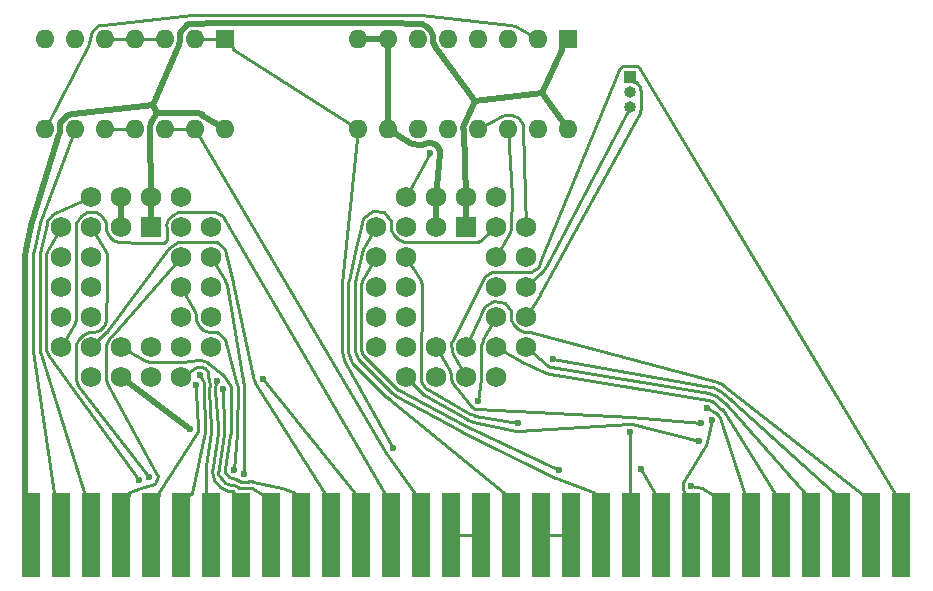
<source format=gbl>
G04 #@! TF.GenerationSoftware,KiCad,Pcbnew,(5.0.0)*
G04 #@! TF.CreationDate,2018-07-25T17:19:13+09:00*
G04 #@! TF.ProjectId,kazzo_akizuki_nrom,6B617A7A6F5F616B697A756B695F6E72,rev?*
G04 #@! TF.SameCoordinates,Original*
G04 #@! TF.FileFunction,Copper,L2,Bot,Signal*
G04 #@! TF.FilePolarity,Positive*
%FSLAX46Y46*%
G04 Gerber Fmt 4.6, Leading zero omitted, Abs format (unit mm)*
G04 Created by KiCad (PCBNEW (5.0.0)) date 07/25/18 17:19:13*
%MOMM*%
%LPD*%
G01*
G04 APERTURE LIST*
G04 #@! TA.AperFunction,ComponentPad*
%ADD10R,1.000000X1.000000*%
G04 #@! TD*
G04 #@! TA.AperFunction,ComponentPad*
%ADD11O,1.000000X1.000000*%
G04 #@! TD*
G04 #@! TA.AperFunction,SMDPad,CuDef*
%ADD12R,1.524000X7.112000*%
G04 #@! TD*
G04 #@! TA.AperFunction,ComponentPad*
%ADD13R,1.600000X1.600000*%
G04 #@! TD*
G04 #@! TA.AperFunction,ComponentPad*
%ADD14O,1.600000X1.600000*%
G04 #@! TD*
G04 #@! TA.AperFunction,ComponentPad*
%ADD15R,1.750000X1.750000*%
G04 #@! TD*
G04 #@! TA.AperFunction,ComponentPad*
%ADD16C,1.750000*%
G04 #@! TD*
G04 #@! TA.AperFunction,ViaPad*
%ADD17C,0.600000*%
G04 #@! TD*
G04 #@! TA.AperFunction,Conductor*
%ADD18C,0.250000*%
G04 #@! TD*
G04 #@! TA.AperFunction,Conductor*
%ADD19C,0.500000*%
G04 #@! TD*
G04 APERTURE END LIST*
D10*
G04 #@! TO.P,J1,1*
G04 #@! TO.N,PA10*
X145860000Y-77406500D03*
D11*
G04 #@! TO.P,J1,2*
G04 #@! TO.N,VRAMA10*
X145860000Y-78676500D03*
G04 #@! TO.P,J1,3*
G04 #@! TO.N,PA11*
X145860000Y-79946500D03*
G04 #@! TD*
D12*
G04 #@! TO.P,J2,1*
G04 #@! TO.N,PD4*
X168846000Y-116141500D03*
G04 #@! TO.P,J2,2*
G04 #@! TO.N,PD5*
X166306000Y-116141500D03*
G04 #@! TO.P,J2,3*
G04 #@! TO.N,PD6*
X163766000Y-116141500D03*
G04 #@! TO.P,J2,4*
G04 #@! TO.N,PD7*
X161226000Y-116141500D03*
G04 #@! TO.P,J2,5*
G04 #@! TO.N,PA13*
X158686000Y-116141500D03*
G04 #@! TO.P,J2,6*
G04 #@! TO.N,PA12*
X156146000Y-116141500D03*
G04 #@! TO.P,J2,7*
G04 #@! TO.N,PA11*
X153606000Y-116141500D03*
G04 #@! TO.P,J2,8*
G04 #@! TO.N,PA10*
X151066000Y-116141500D03*
G04 #@! TO.P,J2,9*
G04 #@! TO.N,PA9*
X148526000Y-116141500D03*
G04 #@! TO.P,J2,10*
G04 #@! TO.N,PA8*
X145986000Y-116141500D03*
G04 #@! TO.P,J2,11*
G04 #@! TO.N,PA7*
X143446000Y-116141500D03*
G04 #@! TO.P,J2,12*
G04 #@! TO.N,/PA13*
X140906000Y-116141500D03*
G04 #@! TO.P,J2,13*
X138366000Y-116141500D03*
G04 #@! TO.P,J2,14*
G04 #@! TO.N,WE*
X135826000Y-116141500D03*
G04 #@! TO.P,J2,15*
G04 #@! TO.N,IN*
X133286000Y-116141500D03*
G04 #@! TO.P,J2,16*
X130746000Y-116141500D03*
G04 #@! TO.P,J2,17*
G04 #@! TO.N,ROMSEL*
X128206000Y-116141500D03*
G04 #@! TO.P,J2,18*
G04 #@! TO.N,D0*
X125666000Y-116141500D03*
G04 #@! TO.P,J2,19*
G04 #@! TO.N,D1*
X123126000Y-116141500D03*
G04 #@! TO.P,J2,20*
G04 #@! TO.N,D2*
X120586000Y-116141500D03*
G04 #@! TO.P,J2,21*
G04 #@! TO.N,D3*
X118046000Y-116141500D03*
G04 #@! TO.P,J2,22*
G04 #@! TO.N,D4*
X115506000Y-116141500D03*
G04 #@! TO.P,J2,23*
G04 #@! TO.N,D5*
X112966000Y-116141500D03*
G04 #@! TO.P,J2,24*
G04 #@! TO.N,D6*
X110426000Y-116141500D03*
G04 #@! TO.P,J2,25*
G04 #@! TO.N,D7*
X107886000Y-116141500D03*
G04 #@! TO.P,J2,26*
G04 #@! TO.N,A14*
X105346000Y-116141500D03*
G04 #@! TO.P,J2,27*
G04 #@! TO.N,A13*
X102806000Y-116141500D03*
G04 #@! TO.P,J2,28*
G04 #@! TO.N,A12*
X100266000Y-116141500D03*
G04 #@! TO.P,J2,29*
G04 #@! TO.N,F2*
X97726000Y-116141500D03*
G04 #@! TO.P,J2,30*
G04 #@! TO.N,VCC*
X95186000Y-116141500D03*
G04 #@! TD*
D13*
G04 #@! TO.P,U1,1*
G04 #@! TO.N,VCC*
X140652000Y-74168000D03*
D14*
G04 #@! TO.P,U1,9*
G04 #@! TO.N,RW*
X122872000Y-81788000D03*
G04 #@! TO.P,U1,2*
G04 #@! TO.N,CK*
X138112000Y-74168000D03*
G04 #@! TO.P,U1,10*
G04 #@! TO.N,GND*
X125412000Y-81788000D03*
G04 #@! TO.P,U1,3*
G04 #@! TO.N,D0*
X135572000Y-74168000D03*
G04 #@! TO.P,U1,11*
G04 #@! TO.N,Net-(JP2-Pad1)*
X127952000Y-81788000D03*
G04 #@! TO.P,U1,4*
G04 #@! TO.N,D1*
X133032000Y-74168000D03*
G04 #@! TO.P,U1,12*
G04 #@! TO.N,Net-(JP1-Pad1)*
X130492000Y-81788000D03*
G04 #@! TO.P,U1,5*
G04 #@! TO.N,D4*
X130492000Y-74168000D03*
G04 #@! TO.P,U1,13*
G04 #@! TO.N,Net-(U1-Pad13)*
X133032000Y-81788000D03*
G04 #@! TO.P,U1,6*
G04 #@! TO.N,D5*
X127952000Y-74168000D03*
G04 #@! TO.P,U1,14*
G04 #@! TO.N,Net-(U1-Pad14)*
X135572000Y-81788000D03*
G04 #@! TO.P,U1,7*
G04 #@! TO.N,GND*
X125412000Y-74168000D03*
G04 #@! TO.P,U1,15*
G04 #@! TO.N,N/C*
X138112000Y-81788000D03*
G04 #@! TO.P,U1,8*
G04 #@! TO.N,GND*
X122872000Y-74168000D03*
G04 #@! TO.P,U1,16*
G04 #@! TO.N,VCC*
X140652000Y-81788000D03*
G04 #@! TD*
D15*
G04 #@! TO.P,U2,1*
G04 #@! TO.N,VCC*
X132016000Y-90043000D03*
D16*
G04 #@! TO.P,U2,3*
G04 #@! TO.N,GND*
X129476000Y-90043000D03*
G04 #@! TO.P,U2,31*
G04 #@! TO.N,WE*
X134556000Y-90043000D03*
G04 #@! TO.P,U2,29*
G04 #@! TO.N,Net-(U1-Pad13)*
X137096000Y-90043000D03*
G04 #@! TO.P,U2,2*
G04 #@! TO.N,GND*
X129476000Y-87503000D03*
G04 #@! TO.P,U2,4*
G04 #@! TO.N,PA12*
X126936000Y-87503000D03*
G04 #@! TO.P,U2,32*
G04 #@! TO.N,VCC*
X132016000Y-87503000D03*
G04 #@! TO.P,U2,30*
G04 #@! TO.N,GND*
X134556000Y-87503000D03*
G04 #@! TO.P,U2,6*
G04 #@! TO.N,PA6*
X126936000Y-90043000D03*
G04 #@! TO.P,U2,8*
G04 #@! TO.N,PA4*
X126936000Y-92583000D03*
G04 #@! TO.P,U2,10*
G04 #@! TO.N,PA2*
X126936000Y-95123000D03*
G04 #@! TO.P,U2,12*
G04 #@! TO.N,PA0*
X126936000Y-97663000D03*
G04 #@! TO.P,U2,5*
G04 #@! TO.N,PA7*
X124396000Y-90043000D03*
G04 #@! TO.P,U2,7*
G04 #@! TO.N,PA5*
X124396000Y-92583000D03*
G04 #@! TO.P,U2,9*
G04 #@! TO.N,PA3*
X124396000Y-95123000D03*
G04 #@! TO.P,U2,11*
G04 #@! TO.N,PA1*
X124396000Y-97663000D03*
G04 #@! TO.P,U2,13*
G04 #@! TO.N,PD0*
X124396000Y-100203000D03*
G04 #@! TO.P,U2,15*
G04 #@! TO.N,PD2*
X126936000Y-100203000D03*
G04 #@! TO.P,U2,17*
G04 #@! TO.N,PD3*
X129476000Y-100203000D03*
G04 #@! TO.P,U2,19*
G04 #@! TO.N,PD5*
X132016000Y-100203000D03*
G04 #@! TO.P,U2,22*
G04 #@! TO.N,PA13*
X134556000Y-100203000D03*
G04 #@! TO.P,U2,14*
G04 #@! TO.N,PD1*
X126936000Y-102743000D03*
G04 #@! TO.P,U2,16*
G04 #@! TO.N,GND*
X129476000Y-102743000D03*
G04 #@! TO.P,U2,18*
G04 #@! TO.N,PD4*
X132016000Y-102743000D03*
G04 #@! TO.P,U2,20*
G04 #@! TO.N,PD6*
X134556000Y-102743000D03*
G04 #@! TO.P,U2,24*
G04 #@! TO.N,RD*
X134556000Y-97663000D03*
G04 #@! TO.P,U2,26*
G04 #@! TO.N,PA9*
X134556000Y-95123000D03*
G04 #@! TO.P,U2,28*
G04 #@! TO.N,Net-(U1-Pad14)*
X134556000Y-92583000D03*
G04 #@! TO.P,U2,31*
G04 #@! TO.N,WE*
X134556000Y-90043000D03*
G04 #@! TO.P,U2,21*
G04 #@! TO.N,PD7*
X137096000Y-100203000D03*
G04 #@! TO.P,U2,23*
G04 #@! TO.N,PA10*
X137096000Y-97663000D03*
G04 #@! TO.P,U2,25*
G04 #@! TO.N,PA11*
X137096000Y-95123000D03*
G04 #@! TO.P,U2,27*
G04 #@! TO.N,PA8*
X137096000Y-92583000D03*
G04 #@! TO.P,U2,29*
G04 #@! TO.N,Net-(U1-Pad13)*
X137096000Y-90043000D03*
G04 #@! TD*
D15*
G04 #@! TO.P,U3,1*
G04 #@! TO.N,VCC*
X105346000Y-90106500D03*
D16*
G04 #@! TO.P,U3,3*
G04 #@! TO.N,GND*
X102806000Y-90106500D03*
G04 #@! TO.P,U3,31*
G04 #@! TO.N,RW*
X107886000Y-90106500D03*
G04 #@! TO.P,U3,29*
G04 #@! TO.N,A14*
X110426000Y-90106500D03*
G04 #@! TO.P,U3,2*
G04 #@! TO.N,GND*
X102806000Y-87566500D03*
G04 #@! TO.P,U3,4*
G04 #@! TO.N,A12*
X100266000Y-87566500D03*
G04 #@! TO.P,U3,32*
G04 #@! TO.N,VCC*
X105346000Y-87566500D03*
G04 #@! TO.P,U3,30*
G04 #@! TO.N,GND*
X107886000Y-87566500D03*
G04 #@! TO.P,U3,6*
G04 #@! TO.N,A6*
X100266000Y-90106500D03*
G04 #@! TO.P,U3,8*
G04 #@! TO.N,A4*
X100266000Y-92646500D03*
G04 #@! TO.P,U3,10*
G04 #@! TO.N,A2*
X100266000Y-95186500D03*
G04 #@! TO.P,U3,12*
G04 #@! TO.N,A0*
X100266000Y-97726500D03*
G04 #@! TO.P,U3,5*
G04 #@! TO.N,A7*
X97726000Y-90106500D03*
G04 #@! TO.P,U3,7*
G04 #@! TO.N,A5*
X97726000Y-92646500D03*
G04 #@! TO.P,U3,9*
G04 #@! TO.N,A3*
X97726000Y-95186500D03*
G04 #@! TO.P,U3,11*
G04 #@! TO.N,A1*
X97726000Y-97726500D03*
G04 #@! TO.P,U3,13*
G04 #@! TO.N,D0*
X97726000Y-100266500D03*
G04 #@! TO.P,U3,15*
G04 #@! TO.N,D2*
X100266000Y-100266500D03*
G04 #@! TO.P,U3,17*
G04 #@! TO.N,D3*
X102806000Y-100266500D03*
G04 #@! TO.P,U3,19*
G04 #@! TO.N,D5*
X105346000Y-100266500D03*
G04 #@! TO.P,U3,22*
G04 #@! TO.N,ROMSEL*
X107886000Y-100266500D03*
G04 #@! TO.P,U3,14*
G04 #@! TO.N,D1*
X100266000Y-102806500D03*
G04 #@! TO.P,U3,16*
G04 #@! TO.N,GND*
X102806000Y-102806500D03*
G04 #@! TO.P,U3,18*
G04 #@! TO.N,D4*
X105346000Y-102806500D03*
G04 #@! TO.P,U3,20*
G04 #@! TO.N,D6*
X107886000Y-102806500D03*
G04 #@! TO.P,U3,24*
G04 #@! TO.N,PRGOE*
X107886000Y-97726500D03*
G04 #@! TO.P,U3,26*
G04 #@! TO.N,A9*
X107886000Y-95186500D03*
G04 #@! TO.P,U3,28*
G04 #@! TO.N,A13*
X107886000Y-92646500D03*
G04 #@! TO.P,U3,31*
G04 #@! TO.N,RW*
X107886000Y-90106500D03*
G04 #@! TO.P,U3,21*
G04 #@! TO.N,D7*
X110426000Y-100266500D03*
G04 #@! TO.P,U3,23*
G04 #@! TO.N,A10*
X110426000Y-97726500D03*
G04 #@! TO.P,U3,25*
G04 #@! TO.N,A11*
X110426000Y-95186500D03*
G04 #@! TO.P,U3,27*
G04 #@! TO.N,A8*
X110426000Y-92646500D03*
G04 #@! TO.P,U3,29*
G04 #@! TO.N,A14*
X110426000Y-90106500D03*
G04 #@! TD*
D13*
G04 #@! TO.P,U4,1*
G04 #@! TO.N,RW*
X111570000Y-74168000D03*
D14*
G04 #@! TO.P,U4,8*
G04 #@! TO.N,CK*
X96330000Y-81788000D03*
G04 #@! TO.P,U4,2*
G04 #@! TO.N,RW*
X109030000Y-74168000D03*
G04 #@! TO.P,U4,9*
G04 #@! TO.N,F2*
X98870000Y-81788000D03*
G04 #@! TO.P,U4,3*
G04 #@! TO.N,PRGOE*
X106490000Y-74168000D03*
G04 #@! TO.P,U4,10*
G04 #@! TO.N,Net-(U4-Pad10)*
X101410000Y-81788000D03*
G04 #@! TO.P,U4,4*
G04 #@! TO.N,PRGOE*
X103950000Y-74168000D03*
G04 #@! TO.P,U4,11*
G04 #@! TO.N,Net-(U4-Pad10)*
X103950000Y-81788000D03*
G04 #@! TO.P,U4,5*
G04 #@! TO.N,PRGOE*
X101410000Y-74168000D03*
G04 #@! TO.P,U4,12*
G04 #@! TO.N,ROMSEL*
X106490000Y-81788000D03*
G04 #@! TO.P,U4,6*
G04 #@! TO.N,N/C*
X98870000Y-74168000D03*
G04 #@! TO.P,U4,13*
G04 #@! TO.N,ROMSEL*
X109030000Y-81788000D03*
G04 #@! TO.P,U4,7*
G04 #@! TO.N,GND*
X96330000Y-74168000D03*
G04 #@! TO.P,U4,14*
G04 #@! TO.N,VCC*
X111570000Y-81788000D03*
G04 #@! TD*
D17*
G04 #@! TO.N,PA10*
X152786800Y-106450700D03*
G04 #@! TO.N,PA11*
X151043600Y-111985400D03*
G04 #@! TO.N,PD6*
X139307100Y-101231300D03*
G04 #@! TO.N,PA12*
X152345000Y-105415000D03*
X128936500Y-83811600D03*
G04 #@! TO.N,PA9*
X146801600Y-110583900D03*
G04 #@! TO.N,PA8*
X145857600Y-107456900D03*
G04 #@! TO.N,D1*
X114763000Y-102926500D03*
G04 #@! TO.N,D4*
X111390800Y-103822000D03*
G04 #@! TO.N,D5*
X110898200Y-103096100D03*
G04 #@! TO.N,D7*
X109438500Y-102615700D03*
G04 #@! TO.N,A14*
X109142100Y-103429400D03*
G04 #@! TO.N,PD3*
X151905000Y-106672700D03*
G04 #@! TO.N,PD1*
X151684200Y-108149700D03*
G04 #@! TO.N,PA4*
X136360300Y-106658300D03*
G04 #@! TO.N,PA5*
X139812200Y-110642500D03*
G04 #@! TO.N,RD*
X132957200Y-104778000D03*
G04 #@! TO.N,GND*
X108590900Y-107161000D03*
G04 #@! TO.N,RW*
X125828100Y-108809800D03*
G04 #@! TO.N,A6*
X105122200Y-111223100D03*
G04 #@! TO.N,A7*
X104254200Y-111481000D03*
G04 #@! TO.N,A8*
X113160300Y-110964800D03*
G04 #@! TO.N,A9*
X112324200Y-110643100D03*
G04 #@! TD*
D18*
G04 #@! TO.N,PA10*
X150429000Y-112710500D02*
X151066000Y-116141500D01*
X150429000Y-112585500D02*
X150429000Y-112710500D01*
X150427600Y-112565500D02*
X150426200Y-112559000D01*
X150429000Y-112578800D02*
X150427600Y-112565500D01*
X150429000Y-112585500D02*
X150429000Y-112578800D01*
X150335000Y-112139300D02*
X150426200Y-112559000D01*
X150305400Y-112002800D02*
X150335000Y-112139300D01*
X150351800Y-111727200D02*
X150305400Y-112002800D01*
X150424500Y-111607900D02*
X150351800Y-111727200D01*
X152303300Y-108527200D02*
X150424500Y-111607900D01*
X152380700Y-108360600D02*
X152393400Y-108300500D01*
X152335300Y-108474800D02*
X152380700Y-108360600D01*
X152303300Y-108527200D02*
X152335300Y-108474800D01*
X152786800Y-106450700D02*
X152393400Y-108300500D01*
X138212900Y-95788500D02*
X137096000Y-97663000D01*
X138212900Y-95788500D02*
X138235500Y-95748900D01*
X146670800Y-80391900D02*
X138235500Y-95748900D01*
X146785100Y-80063300D02*
X146785100Y-79946500D01*
X146727000Y-80289500D02*
X146785100Y-80063300D01*
X146670800Y-80391900D02*
X146727000Y-80289500D01*
X146785100Y-78676500D02*
X146785100Y-79946500D01*
X146731600Y-78346700D02*
X146679600Y-78247400D01*
X146785100Y-78564400D02*
X146731600Y-78346700D01*
X146785100Y-78676500D02*
X146785100Y-78564400D01*
X146470700Y-77848500D02*
X146679600Y-78247400D01*
X146394900Y-77781500D02*
X146360000Y-77781500D01*
X146454500Y-77817600D02*
X146394900Y-77781500D01*
X146470700Y-77848500D02*
X146454500Y-77817600D01*
X146235000Y-77781500D02*
X146360000Y-77781500D01*
X145860000Y-77406500D02*
X146235000Y-77781500D01*
G04 #@! TO.N,PA11*
X138732200Y-93446800D02*
X145860000Y-79946500D01*
X138660700Y-93582200D02*
X138732200Y-93446800D01*
X138475100Y-93825800D02*
X138660700Y-93582200D01*
X138363600Y-93930700D02*
X138475100Y-93825800D01*
X137096000Y-95123000D02*
X138363600Y-93930700D01*
X151915800Y-112169600D02*
X151043600Y-111985400D01*
X151953800Y-112177600D02*
X151915800Y-112169600D01*
X152025600Y-112207100D02*
X151953800Y-112177600D01*
X152058200Y-112228100D02*
X152025600Y-112207100D01*
X152776300Y-112690600D02*
X152058200Y-112228100D01*
X152826000Y-112710500D02*
X152844000Y-112710500D01*
X152791400Y-112700400D02*
X152826000Y-112710500D01*
X152776300Y-112690600D02*
X152791400Y-112700400D01*
X152969000Y-112710500D02*
X152844000Y-112710500D01*
X153606000Y-116141500D02*
X152969000Y-112710500D01*
G04 #@! TO.N,PD4*
X168209000Y-112710500D02*
X168846000Y-116141500D01*
X168209000Y-112585500D02*
X168209000Y-112710500D01*
X168200000Y-112535800D02*
X168191200Y-112521300D01*
X168209000Y-112568500D02*
X168200000Y-112535800D01*
X168209000Y-112585500D02*
X168209000Y-112568500D01*
X146724700Y-76688000D02*
X168191200Y-112521300D01*
X146472100Y-76481400D02*
X146360000Y-76481400D01*
X146667100Y-76591900D02*
X146472100Y-76481400D01*
X146724700Y-76688000D02*
X146667100Y-76591900D01*
X145360000Y-76481400D02*
X146360000Y-76481400D01*
X145015800Y-76625500D02*
X144966700Y-76745100D01*
X145230700Y-76481400D02*
X145015800Y-76625500D01*
X145360000Y-76481400D02*
X145230700Y-76481400D01*
X138271000Y-93065100D02*
X144966700Y-76745100D01*
X138124300Y-93422600D02*
X138271000Y-93065100D01*
X137482400Y-93853000D02*
X138124300Y-93422600D01*
X137096000Y-93853000D02*
X137482400Y-93853000D01*
X134556000Y-93853000D02*
X137096000Y-93853000D01*
X133581400Y-94232300D02*
X133420100Y-94555000D01*
X134195200Y-93853000D02*
X133581400Y-94232300D01*
X134556000Y-93853000D02*
X134195200Y-93853000D01*
X130880100Y-99635000D02*
X133420100Y-94555000D01*
X130756200Y-100560900D02*
X130916100Y-100838000D01*
X130737000Y-99921200D02*
X130756200Y-100560900D01*
X130880100Y-99635000D02*
X130737000Y-99921200D01*
X132016000Y-102743000D02*
X130916100Y-100838000D01*
G04 #@! TO.N,PD5*
X165669000Y-112710500D02*
X166306000Y-116141500D01*
X165544000Y-112710500D02*
X165669000Y-112710500D01*
X165523000Y-112710500D02*
X165544000Y-112710500D01*
X165483300Y-112696800D02*
X165523000Y-112710500D01*
X165466800Y-112683800D02*
X165483300Y-112696800D01*
X154593000Y-104149400D02*
X165466800Y-112683800D01*
X154593000Y-104149400D02*
X154573900Y-104134500D01*
X153796100Y-103534300D02*
X154573900Y-104134500D01*
X153185500Y-103180700D02*
X152957300Y-103119900D01*
X153609100Y-103390000D02*
X153185500Y-103180700D01*
X153796100Y-103534300D02*
X153609100Y-103390000D01*
X137423300Y-98975900D02*
X152957300Y-103119900D01*
X137178900Y-98933000D02*
X137096000Y-98933000D01*
X137343200Y-98954500D02*
X137178900Y-98933000D01*
X137423300Y-98975900D02*
X137343200Y-98954500D01*
X136843400Y-98933000D02*
X137096000Y-98933000D01*
X136376600Y-98739700D02*
X136843400Y-98933000D01*
X136019300Y-98382400D02*
X136376600Y-98739700D01*
X135826000Y-97915600D02*
X136019300Y-98382400D01*
X135826000Y-97663000D02*
X135826000Y-97915600D01*
X133583100Y-96731400D02*
X133398500Y-97140500D01*
X134384500Y-96327000D02*
X133583100Y-96731400D01*
X135262000Y-96515900D02*
X134384500Y-96327000D01*
X135826000Y-97214200D02*
X135262000Y-96515900D01*
X135826000Y-97663000D02*
X135826000Y-97214200D01*
X132016000Y-100203000D02*
X133398500Y-97140500D01*
G04 #@! TO.N,PD6*
X163129000Y-112710500D02*
X163766000Y-116141500D01*
X163129000Y-112585500D02*
X163129000Y-112710500D01*
X163107300Y-112510200D02*
X163087400Y-112492400D01*
X163129000Y-112558800D02*
X163107300Y-112510200D01*
X163129000Y-112585500D02*
X163129000Y-112558800D01*
X154372100Y-104681700D02*
X163087400Y-112492400D01*
X154272400Y-104596700D02*
X154237900Y-104570000D01*
X154339600Y-104652600D02*
X154272400Y-104596700D01*
X154372100Y-104681700D02*
X154339600Y-104652600D01*
X153460000Y-103969900D02*
X154237900Y-104570000D01*
X152882800Y-103656900D02*
X152666000Y-103618200D01*
X153285600Y-103835300D02*
X152882800Y-103656900D01*
X153460000Y-103969900D02*
X153285600Y-103835300D01*
X139307100Y-101231300D02*
X152666000Y-103618200D01*
G04 #@! TO.N,PD7*
X160589000Y-112710500D02*
X161226000Y-116141500D01*
X160589000Y-112585500D02*
X160589000Y-112710500D01*
X160572900Y-112520000D02*
X160557800Y-112502800D01*
X160589000Y-112562700D02*
X160572900Y-112520000D01*
X160589000Y-112585500D02*
X160589000Y-112562700D01*
X154155800Y-105243400D02*
X160557800Y-112502800D01*
X153970900Y-105058800D02*
X153901800Y-105005600D01*
X154098100Y-105178000D02*
X153970900Y-105058800D01*
X154155800Y-105243400D02*
X154098100Y-105178000D01*
X153124000Y-104405400D02*
X153901800Y-105005600D01*
X152709000Y-104182700D02*
X152553100Y-104156900D01*
X152998900Y-104308800D02*
X152709000Y-104182700D01*
X153124000Y-104405400D02*
X152998900Y-104308800D01*
X139188800Y-101946700D02*
X152553100Y-104156900D01*
X139085600Y-101929600D02*
X139188800Y-101946700D01*
X138897200Y-101838400D02*
X139085600Y-101929600D01*
X138819700Y-101768100D02*
X138897200Y-101838400D01*
X137096000Y-100203000D02*
X138819700Y-101768100D01*
G04 #@! TO.N,PA13*
X158049000Y-112710500D02*
X158686000Y-116141500D01*
X158049000Y-112585500D02*
X158049000Y-112710500D01*
X158039500Y-112534700D02*
X158030400Y-112519900D01*
X158049000Y-112568100D02*
X158039500Y-112534700D01*
X158049000Y-112585500D02*
X158049000Y-112568100D01*
X153872000Y-105781000D02*
X158030400Y-112519900D01*
X153657100Y-105511500D02*
X153565800Y-105441100D01*
X153811400Y-105682900D02*
X153657100Y-105511500D01*
X153872000Y-105781000D02*
X153811400Y-105682900D01*
X152787900Y-104840900D02*
X153565800Y-105441100D01*
X152552000Y-104714300D02*
X152463300Y-104699600D01*
X152716700Y-104786000D02*
X152552000Y-104714300D01*
X152787900Y-104840900D02*
X152716700Y-104786000D01*
X139099000Y-102489400D02*
X152463300Y-104699600D01*
X139016700Y-102475800D02*
X139099000Y-102489400D01*
X138857200Y-102427400D02*
X139016700Y-102475800D01*
X138781200Y-102393000D02*
X138857200Y-102427400D01*
X136559800Y-101387400D02*
X138781200Y-102393000D01*
X136526500Y-101372400D02*
X136559800Y-101387400D01*
X136461900Y-101338600D02*
X136526500Y-101372400D01*
X136430500Y-101319900D02*
X136461900Y-101338600D01*
X134556000Y-100203000D02*
X136430500Y-101319900D01*
G04 #@! TO.N,PA12*
X126936000Y-87503000D02*
X128936500Y-83811600D01*
X155509000Y-112710500D02*
X156146000Y-116141500D01*
X155509000Y-112585500D02*
X155509000Y-112710500D01*
X155506000Y-112556600D02*
X155503000Y-112547300D01*
X155509000Y-112575800D02*
X155506000Y-112556600D01*
X155509000Y-112585500D02*
X155509000Y-112575800D01*
X153477300Y-106229300D02*
X155503000Y-112547300D01*
X153243800Y-105869200D02*
X153113800Y-105803500D01*
X153432800Y-106090600D02*
X153243800Y-105869200D01*
X153477300Y-106229300D02*
X153432800Y-106090600D01*
X152345000Y-105415000D02*
X153113800Y-105803500D01*
G04 #@! TO.N,PA9*
X147889000Y-112710500D02*
X148526000Y-116141500D01*
X147889000Y-112585500D02*
X147889000Y-112710500D01*
X147881100Y-112539000D02*
X147873400Y-112525100D01*
X147889000Y-112569700D02*
X147881100Y-112539000D01*
X147889000Y-112585500D02*
X147889000Y-112569700D01*
X146801600Y-110583900D02*
X147873400Y-112525100D01*
G04 #@! TO.N,PA8*
X145857600Y-112710500D02*
X145986000Y-116141500D01*
X145857600Y-112585500D02*
X145857600Y-112710500D01*
X145857600Y-107456900D02*
X145857600Y-112585500D01*
G04 #@! TO.N,PA7*
X142809000Y-112710500D02*
X143446000Y-116141500D01*
X142809000Y-112585500D02*
X142809000Y-112710500D01*
X142763600Y-112481400D02*
X142726500Y-112468000D01*
X142809000Y-112546000D02*
X142763600Y-112481400D01*
X142809000Y-112585500D02*
X142809000Y-112546000D01*
X139565500Y-111324300D02*
X142726500Y-112468000D01*
X139546000Y-111317300D02*
X139565500Y-111324300D01*
X139508000Y-111301000D02*
X139546000Y-111317300D01*
X139489500Y-111291800D02*
X139508000Y-111301000D01*
X131655100Y-107397700D02*
X139489500Y-111291800D01*
X131565100Y-107351100D02*
X131655100Y-107397700D01*
X126055600Y-104370300D02*
X131565100Y-107351100D01*
X125937600Y-104306500D02*
X126055600Y-104370300D01*
X125722500Y-104146100D02*
X125937600Y-104306500D01*
X125627700Y-104051300D02*
X125722500Y-104146100D01*
X123087700Y-101511300D02*
X125627700Y-104051300D01*
X122827500Y-101251100D02*
X123087700Y-101511300D01*
X122545800Y-100571000D02*
X122827500Y-101251100D01*
X122545800Y-100203000D02*
X122545800Y-100571000D01*
X122545800Y-95123000D02*
X122545800Y-100203000D01*
X122545800Y-95021900D02*
X122545800Y-95123000D01*
X122567800Y-94821000D02*
X122545800Y-95021900D01*
X122589700Y-94722300D02*
X122567800Y-94821000D01*
X123126800Y-92301400D02*
X122589700Y-94722300D01*
X123149200Y-92199900D02*
X123126800Y-92301400D01*
X123225900Y-92006800D02*
X123149200Y-92199900D01*
X123279100Y-91917500D02*
X123225900Y-92006800D01*
X124396000Y-90043000D02*
X123279100Y-91917500D01*
G04 #@! TO.N,/PA13*
X140269000Y-116141500D02*
X140906000Y-116141500D01*
X140144000Y-116141500D02*
X140269000Y-116141500D01*
X139128000Y-116141500D02*
X140144000Y-116141500D01*
X139003000Y-116141500D02*
X139128000Y-116141500D01*
X138366000Y-116141500D02*
X139003000Y-116141500D01*
G04 #@! TO.N,WE*
X135189000Y-112710500D02*
X135826000Y-116141500D01*
X135189000Y-112585500D02*
X135189000Y-112710500D01*
X135164700Y-112506200D02*
X135142700Y-112488400D01*
X135189000Y-112557200D02*
X135164700Y-112506200D01*
X135189000Y-112585500D02*
X135189000Y-112557200D01*
X125424200Y-104607300D02*
X135142700Y-112488400D01*
X125375600Y-104568100D02*
X125424200Y-104607300D01*
X125282900Y-104484500D02*
X125375600Y-104568100D01*
X125238700Y-104440300D02*
X125282900Y-104484500D01*
X122698700Y-101900300D02*
X125238700Y-104440300D01*
X122361100Y-101562700D02*
X122698700Y-101900300D01*
X121995700Y-100680400D02*
X122361100Y-101562700D01*
X121995700Y-100203000D02*
X121995700Y-100680400D01*
X121995700Y-95123000D02*
X121995700Y-100203000D01*
X121995700Y-94991900D02*
X121995700Y-95123000D01*
X122024300Y-94731200D02*
X121995700Y-94991900D01*
X122052700Y-94603200D02*
X122024300Y-94731200D01*
X122589700Y-92182300D02*
X122052700Y-94603200D01*
X122594700Y-92160400D02*
X122589700Y-92182300D01*
X123159600Y-89752900D02*
X122594700Y-92160400D01*
X123270100Y-89282000D02*
X123159600Y-89752900D01*
X124061500Y-88725800D02*
X123270100Y-89282000D01*
X125022500Y-88837000D02*
X124061500Y-88725800D01*
X125666000Y-89559300D02*
X125022500Y-88837000D01*
X125666000Y-90043000D02*
X125666000Y-89559300D01*
X126683400Y-91313000D02*
X126936000Y-91313000D01*
X126216600Y-91119700D02*
X126683400Y-91313000D01*
X125859300Y-90762400D02*
X126216600Y-91119700D01*
X125666000Y-90295600D02*
X125859300Y-90762400D01*
X125666000Y-90043000D02*
X125666000Y-90295600D01*
X126951100Y-91313100D02*
X126936000Y-91313000D01*
X129460500Y-91343000D02*
X126951100Y-91313100D01*
X129460500Y-91343000D02*
X129476000Y-91343100D01*
X132891000Y-91343100D02*
X129476000Y-91343100D01*
X133110800Y-91289800D02*
X133168700Y-91239900D01*
X132967500Y-91343100D02*
X133110800Y-91289800D01*
X132891000Y-91343100D02*
X132967500Y-91343100D01*
X134556000Y-90043000D02*
X133168700Y-91239900D01*
G04 #@! TO.N,IN*
X132649000Y-116141500D02*
X133286000Y-116141500D01*
X132524000Y-116141500D02*
X132649000Y-116141500D01*
X131508000Y-116141500D02*
X132524000Y-116141500D01*
X131383000Y-116141500D02*
X131508000Y-116141500D01*
X130746000Y-116141500D02*
X131383000Y-116141500D01*
G04 #@! TO.N,ROMSEL*
X125203700Y-109178500D02*
X109030000Y-81788000D01*
X125226700Y-109215100D02*
X125235000Y-109226900D01*
X125211000Y-109190900D02*
X125226700Y-109215100D01*
X125203700Y-109178500D02*
X125211000Y-109190900D01*
X127546200Y-112513600D02*
X125235000Y-109226900D01*
X127557300Y-112529400D02*
X127546200Y-112513600D01*
X127569000Y-112566200D02*
X127557300Y-112529400D01*
X127569000Y-112585500D02*
X127569000Y-112566200D01*
X127569000Y-112710500D02*
X127569000Y-112585500D01*
X128206000Y-116141500D02*
X127569000Y-112710500D01*
X106490000Y-81788000D02*
X109030000Y-81788000D01*
G04 #@! TO.N,D0*
X125029000Y-112710500D02*
X125666000Y-116141500D01*
X125029000Y-112585500D02*
X125029000Y-112710500D01*
X125020300Y-112536900D02*
X125012000Y-112522500D01*
X125029000Y-112568900D02*
X125020300Y-112536900D01*
X125029000Y-112585500D02*
X125029000Y-112568900D01*
X111548900Y-89451200D02*
X125012000Y-112522500D01*
X110761400Y-88802300D02*
X110410500Y-88806500D01*
X111372000Y-89148100D02*
X110761400Y-88802300D01*
X111548900Y-89451200D02*
X111372000Y-89148100D01*
X107901100Y-88836400D02*
X110410500Y-88806500D01*
X107886000Y-88836500D02*
X107901100Y-88836400D01*
X106604200Y-89911400D02*
X106617700Y-90172200D01*
X106785200Y-89421400D02*
X106604200Y-89911400D01*
X107144900Y-89042600D02*
X106785200Y-89421400D01*
X107624800Y-88836500D02*
X107144900Y-89042600D01*
X107886000Y-88836500D02*
X107624800Y-88836500D01*
X106645500Y-90709500D02*
X106617700Y-90172200D01*
X106646100Y-90731500D02*
X106645500Y-90709500D01*
X106646100Y-90981500D02*
X106646100Y-90731500D01*
X106646100Y-91157600D02*
X106646100Y-90981500D01*
X106397100Y-91406600D02*
X106646100Y-91157600D01*
X106221000Y-91406600D02*
X106397100Y-91406600D01*
X104471000Y-91406600D02*
X106221000Y-91406600D01*
X104463400Y-91406500D02*
X104471000Y-91406600D01*
X102783100Y-91376300D02*
X104463400Y-91406500D01*
X102533500Y-91371800D02*
X102783100Y-91376300D01*
X102074800Y-91174500D02*
X102533500Y-91371800D01*
X101725000Y-90818300D02*
X102074800Y-91174500D01*
X101536000Y-90356100D02*
X101725000Y-90818300D01*
X101536000Y-90106500D02*
X101536000Y-90356100D01*
X98996000Y-89766200D02*
X98996000Y-90106500D01*
X99336300Y-89176800D02*
X98996000Y-89766200D01*
X99925700Y-88836500D02*
X99336300Y-89176800D01*
X100606300Y-88836500D02*
X99925700Y-88836500D01*
X101195700Y-89176800D02*
X100606300Y-88836500D01*
X101536000Y-89766200D02*
X101195700Y-89176800D01*
X101536000Y-90106500D02*
X101536000Y-89766200D01*
X98996000Y-97726500D02*
X98996000Y-90106500D01*
X98996000Y-97893700D02*
X98996000Y-97726500D01*
X98909500Y-98216700D02*
X98996000Y-97893700D01*
X98825900Y-98361500D02*
X98909500Y-98216700D01*
X97726000Y-100266500D02*
X98825900Y-98361500D01*
G04 #@! TO.N,D1*
X122461400Y-112507200D02*
X114763000Y-102926500D01*
X122474800Y-112523800D02*
X122461400Y-112507200D01*
X122489000Y-112564100D02*
X122474800Y-112523800D01*
X122489000Y-112585500D02*
X122489000Y-112564100D01*
X122489000Y-112710500D02*
X122489000Y-112585500D01*
X123126000Y-116141500D02*
X122489000Y-112710500D01*
G04 #@! TO.N,D2*
X119949000Y-112710500D02*
X120586000Y-116141500D01*
X119949000Y-112585500D02*
X119949000Y-112710500D01*
X119939200Y-112534000D02*
X119929900Y-112519000D01*
X119949000Y-112567900D02*
X119939200Y-112534000D01*
X119949000Y-112585500D02*
X119949000Y-112567900D01*
X114148900Y-103312100D02*
X119929900Y-112519000D01*
X114115600Y-103259100D02*
X114148900Y-103312100D01*
X114068200Y-103143200D02*
X114115600Y-103259100D01*
X114054800Y-103082100D02*
X114068200Y-103143200D01*
X112233100Y-94789500D02*
X114054800Y-103082100D01*
X112233100Y-94789500D02*
X112227300Y-94763900D01*
X111662400Y-92356400D02*
X112227300Y-94763900D01*
X110868200Y-91376500D02*
X110426000Y-91376500D01*
X111561400Y-91925900D02*
X110868200Y-91376500D01*
X111662400Y-92356400D02*
X111561400Y-91925900D01*
X107886000Y-91376500D02*
X110426000Y-91376500D01*
X107048200Y-91645800D02*
X106868400Y-91886600D01*
X107585500Y-91376500D02*
X107048200Y-91645800D01*
X107886000Y-91376500D02*
X107585500Y-91376500D01*
X101705100Y-98801100D02*
X106868400Y-91886600D01*
X101666400Y-98853000D02*
X101705100Y-98801100D01*
X101581800Y-98950800D02*
X101666400Y-98853000D01*
X101536000Y-98996600D02*
X101581800Y-98950800D01*
X100266000Y-100266500D02*
X101536000Y-98996600D01*
G04 #@! TO.N,D3*
X117409000Y-112710500D02*
X118046000Y-116141500D01*
X117409000Y-112585500D02*
X117409000Y-112710500D01*
X117360200Y-112478200D02*
X117320900Y-112466100D01*
X117409000Y-112544400D02*
X117360200Y-112478200D01*
X117409000Y-112585500D02*
X117409000Y-112544400D01*
X116393600Y-112179400D02*
X117320900Y-112466100D01*
X116368600Y-112172400D02*
X116360100Y-112170500D01*
X116385300Y-112176800D02*
X116368600Y-112172400D01*
X116393600Y-112179400D02*
X116385300Y-112176800D01*
X113939200Y-111633400D02*
X116360100Y-112170500D01*
X113702000Y-111607300D02*
X113622700Y-111616000D01*
X113861300Y-111616100D02*
X113702000Y-111607300D01*
X113939200Y-111633400D02*
X113861300Y-111616100D01*
X113499100Y-111629400D02*
X113622700Y-111616000D01*
X113494500Y-111629900D02*
X113499100Y-111629400D01*
X113239100Y-111658900D02*
X113494500Y-111629900D01*
X113136800Y-111670600D02*
X113239100Y-111658900D01*
X112934300Y-111633800D02*
X113136800Y-111670600D01*
X112842600Y-111587000D02*
X112934300Y-111633800D01*
X112740400Y-111534800D02*
X112842600Y-111587000D01*
X112578000Y-111465100D02*
X112521200Y-111449200D01*
X112687900Y-111508000D02*
X112578000Y-111465100D01*
X112740400Y-111534800D02*
X112687900Y-111508000D01*
X112129700Y-111340000D02*
X112521200Y-111449200D01*
X111866600Y-111266500D02*
X112129700Y-111340000D01*
X111568700Y-110808400D02*
X111866600Y-111266500D01*
X111608400Y-110538100D02*
X111568700Y-110808400D01*
X112029700Y-107665400D02*
X111608400Y-110538100D01*
X112064400Y-107325900D02*
X112066100Y-107212100D01*
X112046200Y-107552800D02*
X112064400Y-107325900D01*
X112029700Y-107665400D02*
X112046200Y-107552800D01*
X112115800Y-103832700D02*
X112066100Y-107212100D01*
X112053400Y-103507200D02*
X111990800Y-103414800D01*
X112117400Y-103721100D02*
X112053400Y-103507200D01*
X112115800Y-103832700D02*
X112117400Y-103721100D01*
X111498200Y-102688900D02*
X111990800Y-103414800D01*
X111392400Y-102562600D02*
X111349300Y-102528400D01*
X111467300Y-102643300D02*
X111392400Y-102562600D01*
X111498200Y-102688900D02*
X111467300Y-102643300D01*
X110220700Y-101631500D02*
X111349300Y-102528400D01*
X109531400Y-101336400D02*
X109279000Y-101368700D01*
X110021500Y-101473200D02*
X109531400Y-101336400D01*
X110220700Y-101631500D02*
X110021500Y-101473200D01*
X108047100Y-101526200D02*
X109279000Y-101368700D01*
X108007000Y-101531400D02*
X108047100Y-101526200D01*
X107926400Y-101536500D02*
X108007000Y-101531400D01*
X107886000Y-101536500D02*
X107926400Y-101536500D01*
X105346000Y-101536500D02*
X107886000Y-101536500D01*
X105178800Y-101536500D02*
X105346000Y-101536500D01*
X104855800Y-101450000D02*
X105178800Y-101536500D01*
X104711000Y-101366400D02*
X104855800Y-101450000D01*
X102806000Y-100266500D02*
X104711000Y-101366400D01*
G04 #@! TO.N,D4*
X111514300Y-107049200D02*
X111390800Y-103822000D01*
X111519300Y-107183300D02*
X111514300Y-107049200D01*
X111505000Y-107451300D02*
X111519300Y-107183300D01*
X111485600Y-107584100D02*
X111505000Y-107451300D01*
X111065500Y-110459100D02*
X111485600Y-107584100D01*
X111566700Y-111781900D02*
X112058200Y-111887100D01*
X110992800Y-110956500D02*
X111566700Y-111781900D01*
X111065500Y-110459100D02*
X110992800Y-110956500D01*
X112340400Y-111947400D02*
X112058200Y-111887100D01*
X112377900Y-111955400D02*
X112340400Y-111947400D01*
X112450600Y-111980200D02*
X112377900Y-111955400D01*
X112485200Y-111996700D02*
X112450600Y-111980200D01*
X112633600Y-112067600D02*
X112485200Y-111996700D01*
X113069700Y-112193000D02*
X113221800Y-112185400D01*
X112771000Y-112133200D02*
X113069700Y-112193000D01*
X112633600Y-112067600D02*
X112771000Y-112133200D01*
X113706600Y-112160900D02*
X113221800Y-112185400D01*
X113773200Y-112157600D02*
X113706600Y-112160900D01*
X113902100Y-112192000D02*
X113773200Y-112157600D01*
X113958200Y-112228100D02*
X113902100Y-112192000D01*
X114676300Y-112690600D02*
X113958200Y-112228100D01*
X114726000Y-112710500D02*
X114744000Y-112710500D01*
X114691400Y-112700400D02*
X114726000Y-112710500D01*
X114676300Y-112690600D02*
X114691400Y-112700400D01*
X114869000Y-112710500D02*
X114744000Y-112710500D01*
X115506000Y-116141500D02*
X114869000Y-112710500D01*
G04 #@! TO.N,D5*
X110753400Y-103657700D02*
X110898200Y-103096100D01*
X110730400Y-103816100D02*
X110734300Y-103869500D01*
X110740000Y-103709500D02*
X110730400Y-103816100D01*
X110753400Y-103657700D02*
X110740000Y-103709500D01*
X110960100Y-106989500D02*
X110734300Y-103869500D01*
X110969400Y-107118100D02*
X110960100Y-106989500D01*
X110960100Y-107375700D02*
X110969400Y-107118100D01*
X110941500Y-107503200D02*
X110960100Y-107375700D01*
X110522600Y-110380800D02*
X110941500Y-107503200D01*
X111795100Y-112425300D02*
X112170000Y-112457200D01*
X111131900Y-112069500D02*
X111795100Y-112425300D01*
X110664100Y-111479900D02*
X111131900Y-112069500D01*
X110468400Y-110753200D02*
X110664100Y-111479900D01*
X110522600Y-110380800D02*
X110468400Y-110753200D01*
X112214600Y-112460900D02*
X112170000Y-112457200D01*
X112263100Y-112465100D02*
X112214600Y-112460900D01*
X112329000Y-112536800D02*
X112263100Y-112465100D01*
X112329000Y-112585500D02*
X112329000Y-112536800D01*
X112329000Y-112710500D02*
X112329000Y-112585500D01*
X112966000Y-116141500D02*
X112329000Y-112710500D01*
G04 #@! TO.N,D6*
X109948800Y-112710500D02*
X110426000Y-116141500D01*
X109948800Y-112585500D02*
X109948800Y-112710500D01*
X109948800Y-110643100D02*
X109948800Y-112585500D01*
X109948800Y-110556300D02*
X109948800Y-110643100D01*
X109961500Y-110383000D02*
X109948800Y-110556300D01*
X109974100Y-110297100D02*
X109961500Y-110383000D01*
X110396700Y-107426900D02*
X109974100Y-110297100D01*
X110418400Y-107157800D02*
X110413800Y-107067800D01*
X110409800Y-107337800D02*
X110418400Y-107157800D01*
X110396700Y-107426900D02*
X110409800Y-107337800D01*
X110250900Y-103880300D02*
X110413800Y-107067800D01*
X110248800Y-103840300D02*
X110250900Y-103880300D01*
X110250300Y-103760300D02*
X110248800Y-103840300D01*
X110253900Y-103720500D02*
X110250300Y-103760300D01*
X110270900Y-103530200D02*
X110253900Y-103720500D01*
X110270700Y-103301500D02*
X110257100Y-103226400D01*
X110277700Y-103454100D02*
X110270700Y-103301500D01*
X110270900Y-103530200D02*
X110277700Y-103454100D01*
X110254700Y-103213300D02*
X110257100Y-103226400D01*
X110251600Y-103195100D02*
X110254700Y-103213300D01*
X110146400Y-102507300D02*
X110251600Y-103195100D01*
X109187900Y-101919900D02*
X109035500Y-102023800D01*
X109555200Y-101885400D02*
X109187900Y-101919900D01*
X109893400Y-102032700D02*
X109555200Y-101885400D01*
X110118500Y-102325000D02*
X109893400Y-102032700D01*
X110146400Y-102507300D02*
X110118500Y-102325000D01*
X107886000Y-102806500D02*
X109035500Y-102023800D01*
G04 #@! TO.N,D7*
X108523000Y-112710500D02*
X107886000Y-116141500D01*
X108648000Y-112710500D02*
X108523000Y-112710500D01*
X108761500Y-112654300D02*
X108770400Y-112610700D01*
X108692500Y-112710500D02*
X108761500Y-112654300D01*
X108648000Y-112710500D02*
X108692500Y-112710500D01*
X109839900Y-107418200D02*
X108770400Y-112610700D01*
X109867800Y-107196800D02*
X109865500Y-107122400D01*
X109854900Y-107345300D02*
X109867800Y-107196800D01*
X109839900Y-107418200D02*
X109854900Y-107345300D01*
X109767000Y-103871200D02*
X109865500Y-107122400D01*
X109765300Y-103813100D02*
X109767000Y-103871200D01*
X109770100Y-103697000D02*
X109765300Y-103813100D01*
X109776600Y-103639200D02*
X109770100Y-103697000D01*
X109792000Y-103503000D02*
X109776600Y-103639200D01*
X109763500Y-103201200D02*
X109714000Y-103111900D01*
X109803500Y-103401500D02*
X109763500Y-103201200D01*
X109792000Y-103503000D02*
X109803500Y-103401500D01*
X109438500Y-102615700D02*
X109714000Y-103111900D01*
G04 #@! TO.N,A14*
X105983000Y-112710500D02*
X105346000Y-116141500D01*
X105983000Y-112585500D02*
X105983000Y-112710500D01*
X105983000Y-112567500D02*
X105983000Y-112585500D01*
X105993100Y-112532900D02*
X105983000Y-112567500D01*
X106002900Y-112517800D02*
X105993100Y-112532900D01*
X109200500Y-107553700D02*
X106002900Y-112517800D01*
X109322000Y-107230700D02*
X109314500Y-107114600D01*
X109263500Y-107455900D02*
X109322000Y-107230700D01*
X109200500Y-107553700D02*
X109263500Y-107455900D01*
X109112800Y-103968100D02*
X109314500Y-107114600D01*
X109104200Y-103835100D02*
X109112800Y-103968100D01*
X109118200Y-103568900D02*
X109104200Y-103835100D01*
X109140700Y-103437500D02*
X109118200Y-103568900D01*
X109142100Y-103429400D02*
X109140700Y-103437500D01*
G04 #@! TO.N,A13*
X103443000Y-112710500D02*
X102806000Y-116141500D01*
X103443000Y-112585500D02*
X103443000Y-112710500D01*
X103443000Y-112544400D02*
X103443000Y-112585500D01*
X103491800Y-112478200D02*
X103443000Y-112544400D01*
X103531100Y-112466100D02*
X103491800Y-112478200D01*
X104458400Y-112179400D02*
X103531100Y-112466100D01*
X104461800Y-112178300D02*
X104458400Y-112179400D01*
X105330600Y-111917600D02*
X104461800Y-112178300D01*
X105924200Y-111179300D02*
X105758800Y-110876000D01*
X105661500Y-111818300D02*
X105924200Y-111179300D01*
X105330600Y-111917600D02*
X105661500Y-111818300D01*
X101690900Y-103414400D02*
X105758800Y-110876000D01*
X101614700Y-103274500D02*
X101690900Y-103414400D01*
X101536000Y-102965800D02*
X101614700Y-103274500D01*
X101536000Y-102806500D02*
X101536000Y-102965800D01*
X101536000Y-100266500D02*
X101536000Y-102806500D01*
X101536000Y-100027300D02*
X101536000Y-100266500D01*
X101709900Y-99581800D02*
X101536000Y-100027300D01*
X101872000Y-99405900D02*
X101709900Y-99581800D01*
X101971500Y-99297900D02*
X101872000Y-99405900D01*
X101971500Y-99297900D02*
X101999100Y-99267500D01*
X107886000Y-92646500D02*
X101999100Y-99267500D01*
G04 #@! TO.N,A12*
X99629000Y-112710500D02*
X100266000Y-116141500D01*
X99629000Y-112585500D02*
X99629000Y-112710500D01*
X99626100Y-112557300D02*
X99623300Y-112548200D01*
X99629000Y-112576000D02*
X99626100Y-112557300D01*
X99629000Y-112585500D02*
X99629000Y-112576000D01*
X95959900Y-100818100D02*
X99623300Y-112548200D01*
X95918100Y-100684200D02*
X95959900Y-100818100D01*
X95875800Y-100406800D02*
X95918100Y-100684200D01*
X95875800Y-100266500D02*
X95875800Y-100406800D01*
X95875800Y-92646500D02*
X95875800Y-100266500D01*
X95875800Y-92545400D02*
X95875800Y-92646500D01*
X95897800Y-92344500D02*
X95875800Y-92545400D01*
X95919700Y-92245800D02*
X95897800Y-92344500D01*
X96456800Y-89824900D02*
X95919700Y-92245800D01*
X96524000Y-89521900D02*
X96456800Y-89824900D01*
X96917700Y-89042000D02*
X96524000Y-89521900D01*
X97201700Y-88916800D02*
X96917700Y-89042000D01*
X100266000Y-87566500D02*
X97201700Y-88916800D01*
G04 #@! TO.N,F2*
X97089000Y-112710500D02*
X97726000Y-116141500D01*
X97089000Y-112585500D02*
X97089000Y-112710500D01*
X97088300Y-112572000D02*
X97087700Y-112567500D01*
X97089000Y-112581000D02*
X97088300Y-112572000D01*
X97089000Y-112585500D02*
X97089000Y-112581000D01*
X95350600Y-100611600D02*
X97087700Y-112567500D01*
X95338200Y-100525900D02*
X95350600Y-100611600D01*
X95325700Y-100353100D02*
X95338200Y-100525900D01*
X95325700Y-100266500D02*
X95325700Y-100353100D01*
X95325700Y-92646500D02*
X95325700Y-100266500D01*
X95325700Y-92515400D02*
X95325700Y-92646500D01*
X95354300Y-92254700D02*
X95325700Y-92515400D01*
X95382700Y-92126700D02*
X95354300Y-92254700D01*
X95919700Y-89705800D02*
X95382700Y-92126700D01*
X95933700Y-89642300D02*
X95919700Y-89705800D01*
X95970800Y-89517600D02*
X95933700Y-89642300D01*
X95993600Y-89456700D02*
X95970800Y-89517600D01*
X98870000Y-81788000D02*
X95993600Y-89456700D01*
D19*
G04 #@! TO.N,VCC*
X140102000Y-74718000D02*
X140652000Y-74168000D01*
X140102000Y-74968000D02*
X140102000Y-74718000D01*
X140102000Y-74994400D02*
X140102000Y-74968000D01*
X140090900Y-75046200D02*
X140102000Y-74994400D01*
X140080100Y-75070300D02*
X140090900Y-75046200D01*
X138431000Y-78747800D02*
X140080100Y-75070300D01*
X138431000Y-78747800D02*
X132715100Y-79363800D01*
X129466500Y-74917200D02*
X132715100Y-79363800D01*
X129347400Y-74754100D02*
X129466500Y-74917200D01*
X129222000Y-74370000D02*
X129347400Y-74754100D01*
X129222000Y-74168000D02*
X129222000Y-74370000D01*
X128239400Y-72906400D02*
X127992100Y-72898600D01*
X128691900Y-73106600D02*
X128239400Y-72906400D01*
X129036300Y-73462000D02*
X128691900Y-73106600D01*
X129222000Y-73920600D02*
X129036300Y-73462000D01*
X129222000Y-74168000D02*
X129222000Y-73920600D01*
X125454600Y-72818600D02*
X127992100Y-72898600D01*
X125454600Y-72818600D02*
X125412000Y-72817900D01*
X110770000Y-72817900D02*
X125412000Y-72817900D01*
X110770000Y-72817900D02*
X110744900Y-72818500D01*
X108972100Y-72899300D02*
X110744900Y-72818500D01*
X107760000Y-73658800D02*
X107760000Y-74168000D01*
X108463500Y-72922500D02*
X107760000Y-73658800D01*
X108972100Y-72899300D02*
X108463500Y-72922500D01*
X107760000Y-74297700D02*
X107760000Y-74168000D01*
X107707500Y-74551700D02*
X107760000Y-74297700D01*
X107656200Y-74670800D02*
X107707500Y-74551700D01*
X105475700Y-79728900D02*
X107656200Y-74670800D01*
X140652000Y-81788000D02*
X138431000Y-78747800D01*
X109051800Y-80438100D02*
X105846700Y-80386400D01*
X109236600Y-80441100D02*
X109051800Y-80438100D01*
X109591000Y-80546200D02*
X109236600Y-80441100D01*
X109747600Y-80644400D02*
X109591000Y-80546200D01*
X111570000Y-81788000D02*
X109747600Y-80644400D01*
X105398900Y-81138000D02*
X105846700Y-80386400D01*
X105216400Y-81637100D02*
X105220300Y-81815800D01*
X105307400Y-81291500D02*
X105216400Y-81637100D01*
X105398900Y-81138000D02*
X105307400Y-81291500D01*
X105346000Y-87566500D02*
X105220300Y-81815800D01*
X105475700Y-79728900D02*
X105846700Y-80386400D01*
X98721000Y-80526800D02*
X105475700Y-79728900D01*
X97600000Y-81305200D02*
X97600000Y-81788000D01*
X98241500Y-80583400D02*
X97600000Y-81305200D01*
X98721000Y-80526800D02*
X98241500Y-80583400D01*
X97600000Y-81883600D02*
X97600000Y-81788000D01*
X97571400Y-82072600D02*
X97600000Y-81883600D01*
X97543100Y-82163900D02*
X97571400Y-82072600D01*
X95313800Y-89359100D02*
X97543100Y-82163900D01*
X95271800Y-89508900D02*
X95260600Y-89559600D01*
X95298400Y-89408700D02*
X95271800Y-89508900D01*
X95313800Y-89359100D02*
X95298400Y-89408700D01*
X94723600Y-91980400D02*
X95260600Y-89559600D01*
X94650600Y-92478500D02*
X94650600Y-92646500D01*
X94687200Y-92144400D02*
X94650600Y-92478500D01*
X94723600Y-91980400D02*
X94687200Y-92144400D01*
X94650600Y-100266500D02*
X94650600Y-92646500D01*
X94650600Y-100272300D02*
X94650600Y-100266500D01*
X94674000Y-112585000D02*
X94650600Y-100272300D01*
X94674000Y-112585500D02*
X94674000Y-112585000D01*
X94674000Y-112835500D02*
X94674000Y-112585500D01*
X95186000Y-116141500D02*
X94674000Y-112835500D01*
X132016000Y-89168000D02*
X132016000Y-87503000D01*
X132016000Y-89418000D02*
X132016000Y-89168000D01*
X132016000Y-90043000D02*
X132016000Y-89418000D01*
X131870400Y-81274500D02*
X132715100Y-79363800D01*
X131756700Y-81697900D02*
X131763300Y-81844700D01*
X131811000Y-81408900D02*
X131756700Y-81697900D01*
X131870400Y-81274500D02*
X131811000Y-81408900D01*
X132016000Y-87503000D02*
X131763300Y-81844700D01*
X105346000Y-89231500D02*
X105346000Y-87566500D01*
X105346000Y-89481500D02*
X105346000Y-89231500D01*
X105346000Y-90106500D02*
X105346000Y-89481500D01*
D18*
G04 #@! TO.N,PD3*
X145961700Y-106186000D02*
X151905000Y-106672700D01*
X145961700Y-106186000D02*
X145924300Y-106183400D01*
X132919300Y-105502100D02*
X145924300Y-106183400D01*
X132765000Y-105494000D02*
X132919300Y-105502100D01*
X132489800Y-105353500D02*
X132765000Y-105494000D01*
X132392800Y-105233200D02*
X132489800Y-105353500D01*
X131027400Y-103540300D02*
X132392800Y-105233200D01*
X130890800Y-103370900D02*
X131027400Y-103540300D01*
X130746000Y-102960600D02*
X130890800Y-103370900D01*
X130746000Y-102743000D02*
X130746000Y-102960600D01*
X130659500Y-102252800D02*
X130575900Y-102108000D01*
X130746000Y-102575800D02*
X130659500Y-102252800D01*
X130746000Y-102743000D02*
X130746000Y-102575800D01*
X129476000Y-100203000D02*
X130575900Y-102108000D01*
G04 #@! TO.N,PD1*
X146031500Y-106753000D02*
X151684200Y-108149700D01*
X145864100Y-106729700D02*
X145807700Y-106733500D01*
X145976600Y-106739400D02*
X145864100Y-106729700D01*
X146031500Y-106753000D02*
X145976600Y-106739400D01*
X136410200Y-107381700D02*
X145807700Y-106733500D01*
X136358300Y-107385300D02*
X136410200Y-107381700D01*
X136254400Y-107377600D02*
X136358300Y-107385300D01*
X136203600Y-107366300D02*
X136254400Y-107377600D01*
X132562600Y-106560100D02*
X136203600Y-107366300D01*
X132426500Y-106530000D02*
X132562600Y-106560100D01*
X132166600Y-106429100D02*
X132426500Y-106530000D01*
X132045800Y-106359500D02*
X132166600Y-106429100D01*
X128552100Y-104346000D02*
X132045800Y-106359500D01*
X128434400Y-104278100D02*
X128552100Y-104346000D01*
X128221400Y-104109600D02*
X128434400Y-104278100D01*
X128128300Y-104010600D02*
X128221400Y-104109600D01*
X126936000Y-102743000D02*
X128128300Y-104010600D01*
G04 #@! TO.N,PA4*
X132740700Y-106034700D02*
X136360300Y-106658300D01*
X132627400Y-106015200D02*
X132740700Y-106034700D01*
X132411400Y-105936300D02*
X132627400Y-106015200D01*
X132312200Y-105878100D02*
X132411400Y-105936300D01*
X128833700Y-103838600D02*
X132312200Y-105878100D01*
X128542100Y-103667600D02*
X128833700Y-103838600D01*
X128206000Y-103081000D02*
X128542100Y-103667600D01*
X128206000Y-102743000D02*
X128206000Y-103081000D01*
X128206000Y-100203000D02*
X128206000Y-102743000D01*
X128206100Y-100187900D02*
X128206000Y-100203000D01*
X128236000Y-97678500D02*
X128206100Y-100187900D01*
X128236000Y-97678500D02*
X128236100Y-97663000D01*
X128236100Y-95123000D02*
X128236100Y-97663000D01*
X128142800Y-94608500D02*
X128052900Y-94457500D01*
X128236100Y-94947300D02*
X128142800Y-94608500D01*
X128236100Y-95123000D02*
X128236100Y-94947300D01*
X126936000Y-92583000D02*
X128052900Y-94457500D01*
G04 #@! TO.N,PA5*
X131942800Y-106925900D02*
X139812200Y-110642500D01*
X131826900Y-106867200D02*
X131942800Y-106925900D01*
X126317400Y-103886500D02*
X131826900Y-106867200D01*
X126234500Y-103841600D02*
X126317400Y-103886500D01*
X126083400Y-103729000D02*
X126234500Y-103841600D01*
X126016700Y-103662300D02*
X126083400Y-103729000D01*
X123476700Y-101122300D02*
X126016700Y-103662300D01*
X123293800Y-100939400D02*
X123476700Y-101122300D01*
X123095900Y-100461600D02*
X123293800Y-100939400D01*
X123095900Y-100203000D02*
X123095900Y-100461600D01*
X123095900Y-95123000D02*
X123095900Y-100203000D01*
X123095900Y-94947300D02*
X123095900Y-95123000D01*
X123189200Y-94608500D02*
X123095900Y-94947300D01*
X123279100Y-94457500D02*
X123189200Y-94608500D01*
X124396000Y-92583000D02*
X123279100Y-94457500D01*
G04 #@! TO.N,RD*
X133267900Y-102956600D02*
X132957200Y-104778000D01*
X133286000Y-102796700D02*
X133286000Y-102743000D01*
X133276900Y-102903700D02*
X133286000Y-102796700D01*
X133267900Y-102956600D02*
X133276900Y-102903700D01*
X133286000Y-100203000D02*
X133286000Y-102743000D01*
X133286000Y-100035800D02*
X133286000Y-100203000D01*
X133372500Y-99712800D02*
X133286000Y-100035800D01*
X133456100Y-99568000D02*
X133372500Y-99712800D01*
X134556000Y-97663000D02*
X133456100Y-99568000D01*
D19*
G04 #@! TO.N,GND*
X102806000Y-87566500D02*
X102806000Y-90106500D01*
X127234400Y-82931600D02*
X125412000Y-81788000D01*
X128008200Y-83164500D02*
X128274500Y-83099000D01*
X127466700Y-83077400D02*
X128008200Y-83164500D01*
X127234400Y-82931600D02*
X127466700Y-83077400D01*
X128733400Y-82986100D02*
X128274500Y-83099000D01*
X128932900Y-82937100D02*
X128733400Y-82986100D01*
X129332600Y-83031900D02*
X128932900Y-82937100D01*
X129644900Y-83298800D02*
X129332600Y-83031900D01*
X129800900Y-83678900D02*
X129644900Y-83298800D01*
X129783500Y-83883600D02*
X129800900Y-83678900D01*
X129476000Y-87503000D02*
X129783500Y-83883600D01*
X102806000Y-102806500D02*
X108590900Y-107161000D01*
X129476000Y-87503000D02*
X129476000Y-90043000D01*
X125412000Y-74168000D02*
X125412000Y-81788000D01*
X122872000Y-74168000D02*
X125412000Y-74168000D01*
D18*
G04 #@! TO.N,RW*
X110895000Y-74168000D02*
X111570000Y-74168000D01*
X110770000Y-74168000D02*
X110895000Y-74168000D01*
X109030000Y-74168000D02*
X110770000Y-74168000D01*
X121462700Y-94805400D02*
X122872000Y-81788000D01*
X121445600Y-95043400D02*
X121445600Y-95123000D01*
X121454100Y-94884500D02*
X121445600Y-95043400D01*
X121462700Y-94805400D02*
X121454100Y-94884500D01*
X121445600Y-100203000D02*
X121445600Y-95123000D01*
X121636300Y-101312900D02*
X121820800Y-101642900D01*
X121445600Y-100581100D02*
X121636300Y-101312900D01*
X121445600Y-100203000D02*
X121445600Y-100581100D01*
X125828100Y-108809800D02*
X121820800Y-101642900D01*
X112245000Y-74843000D02*
X111570000Y-74168000D01*
X112245000Y-74968000D02*
X112245000Y-74843000D01*
X112275900Y-75056300D02*
X112303000Y-75073500D01*
X112245000Y-75000100D02*
X112275900Y-75056300D01*
X112245000Y-74968000D02*
X112245000Y-75000100D01*
X122872000Y-81788000D02*
X112303000Y-75073500D01*
G04 #@! TO.N,A6*
X99237000Y-103601100D02*
X105122200Y-111223100D01*
X99102700Y-103427300D02*
X99237000Y-103601100D01*
X98963400Y-103010600D02*
X99102700Y-103427300D01*
X98966000Y-102791000D02*
X98963400Y-103010600D01*
X98995900Y-100281600D02*
X98966000Y-102791000D01*
X98995900Y-100281600D02*
X98996000Y-100266500D01*
X98996000Y-100013900D02*
X98996000Y-100266500D01*
X99189300Y-99547100D02*
X98996000Y-100013900D01*
X99546600Y-99189800D02*
X99189300Y-99547100D01*
X100013400Y-98996500D02*
X99546600Y-99189800D01*
X100266000Y-98996500D02*
X100013400Y-98996500D01*
X101532900Y-97992200D02*
X101535900Y-97741600D01*
X101337000Y-98453700D02*
X101532900Y-97992200D01*
X100980400Y-98806000D02*
X101337000Y-98453700D01*
X100516700Y-98996500D02*
X100980400Y-98806000D01*
X100266000Y-98996500D02*
X100516700Y-98996500D01*
X101566000Y-95201900D02*
X101535900Y-97741600D01*
X101566000Y-95201900D02*
X101566100Y-95186500D01*
X101566100Y-92646500D02*
X101566100Y-95186500D01*
X101472800Y-92132000D02*
X101382900Y-91981000D01*
X101566100Y-92470800D02*
X101472800Y-92132000D01*
X101566100Y-92646500D02*
X101566100Y-92470800D01*
X100266000Y-90106500D02*
X101382900Y-91981000D01*
G04 #@! TO.N,A7*
X96673600Y-101029800D02*
X104254200Y-111481000D01*
X96552800Y-100863400D02*
X96673600Y-101029800D01*
X96425900Y-100472100D02*
X96552800Y-100863400D01*
X96425900Y-100266500D02*
X96425900Y-100472100D01*
X96425900Y-92646500D02*
X96425900Y-100266500D01*
X96425900Y-92470800D02*
X96425900Y-92646500D01*
X96519200Y-92132000D02*
X96425900Y-92470800D01*
X96609100Y-91981000D02*
X96519200Y-92132000D01*
X97726000Y-90106500D02*
X96609100Y-91981000D01*
G04 #@! TO.N,A8*
X113216000Y-103836300D02*
X113160300Y-110964800D01*
X113203200Y-103590900D02*
X113189200Y-103510100D01*
X113216600Y-103754300D02*
X113203200Y-103590900D01*
X113216000Y-103836300D02*
X113216600Y-103754300D01*
X111707000Y-94964300D02*
X113189200Y-103510100D01*
X111603900Y-94623400D02*
X111542900Y-94521000D01*
X111686600Y-94846900D02*
X111603900Y-94623400D01*
X111707000Y-94964300D02*
X111686600Y-94846900D01*
X110426000Y-92646500D02*
X111542900Y-94521000D01*
G04 #@! TO.N,A9*
X112600900Y-107515800D02*
X112324200Y-110643100D01*
X112615000Y-107294200D02*
X112616200Y-107220200D01*
X112607400Y-107442100D02*
X112615000Y-107294200D01*
X112600900Y-107515800D02*
X112607400Y-107442100D01*
X112665900Y-103840800D02*
X112616200Y-107220200D01*
X112644700Y-103572900D02*
X112621000Y-103486300D01*
X112667200Y-103751000D02*
X112644700Y-103572900D01*
X112665900Y-103840800D02*
X112667200Y-103751000D01*
X111651200Y-99932200D02*
X112621000Y-103486300D01*
X110855500Y-98996500D02*
X110426000Y-98996500D01*
X111538100Y-99517900D02*
X110855500Y-98996500D01*
X111651200Y-99932200D02*
X111538100Y-99517900D01*
X110173400Y-98996500D02*
X110426000Y-98996500D01*
X109706600Y-98803200D02*
X110173400Y-98996500D01*
X109349300Y-98445900D02*
X109706600Y-98803200D01*
X109156000Y-97979100D02*
X109349300Y-98445900D01*
X109156000Y-97726500D02*
X109156000Y-97979100D01*
X109069500Y-97236300D02*
X108985900Y-97091500D01*
X109156000Y-97559300D02*
X109069500Y-97236300D01*
X109156000Y-97726500D02*
X109156000Y-97559300D01*
X107886000Y-95186500D02*
X108985900Y-97091500D01*
G04 #@! TO.N,CK*
X136162900Y-73094800D02*
X138112000Y-74168000D01*
X135822300Y-72962500D02*
X135700600Y-72949700D01*
X136055700Y-73035800D02*
X135822300Y-72962500D01*
X136162900Y-73094800D02*
X136055700Y-73035800D01*
X128164600Y-72154000D02*
X135700600Y-72949700D01*
X128005300Y-72142800D02*
X127952000Y-72142800D01*
X128111600Y-72148400D02*
X128005300Y-72142800D01*
X128164600Y-72154000D02*
X128111600Y-72148400D01*
X109030000Y-72142800D02*
X127952000Y-72142800D01*
X108870400Y-72148400D02*
X108817400Y-72154000D01*
X108976700Y-72142800D02*
X108870400Y-72148400D01*
X109030000Y-72142800D02*
X108976700Y-72142800D01*
X101281400Y-72949700D02*
X108817400Y-72154000D01*
X100328000Y-73479900D02*
X100228200Y-73845100D01*
X100904900Y-72989400D02*
X100328000Y-73479900D01*
X101281400Y-72949700D02*
X100904900Y-72989400D01*
X100051800Y-74490900D02*
X100228200Y-73845100D01*
X100034900Y-74552400D02*
X100051800Y-74490900D01*
X99988700Y-74671400D02*
X100034900Y-74552400D01*
X99959500Y-74728100D02*
X99988700Y-74671400D01*
X96330000Y-81788000D02*
X99959500Y-74728100D01*
G04 #@! TO.N,Net-(U1-Pad13)*
X134981100Y-80714800D02*
X133032000Y-81788000D01*
X135260600Y-80560900D02*
X134981100Y-80714800D01*
X135898600Y-80564900D02*
X135260600Y-80560900D01*
X136453700Y-80879600D02*
X135898600Y-80564900D01*
X136784800Y-81425000D02*
X136453700Y-80879600D01*
X136796300Y-81743800D02*
X136784800Y-81425000D01*
X137096000Y-90043000D02*
X136796300Y-81743800D01*
G04 #@! TO.N,Net-(U1-Pad14)*
X135854500Y-87438100D02*
X135572000Y-81788000D01*
X135856000Y-87518500D02*
X135854500Y-87438100D01*
X135826100Y-90027900D02*
X135856000Y-87518500D01*
X135826100Y-90027900D02*
X135826000Y-90043000D01*
X135826000Y-90210200D02*
X135826000Y-90043000D01*
X135739500Y-90533200D02*
X135826000Y-90210200D01*
X135655900Y-90678000D02*
X135739500Y-90533200D01*
X134556000Y-92583000D02*
X135655900Y-90678000D01*
G04 #@! TO.N,PRGOE*
X103950000Y-74168000D02*
X106490000Y-74168000D01*
X101410000Y-74168000D02*
X103950000Y-74168000D01*
G04 #@! TO.N,Net-(U4-Pad10)*
X103950000Y-81788000D02*
X101410000Y-81788000D01*
G04 #@! TD*
M02*

</source>
